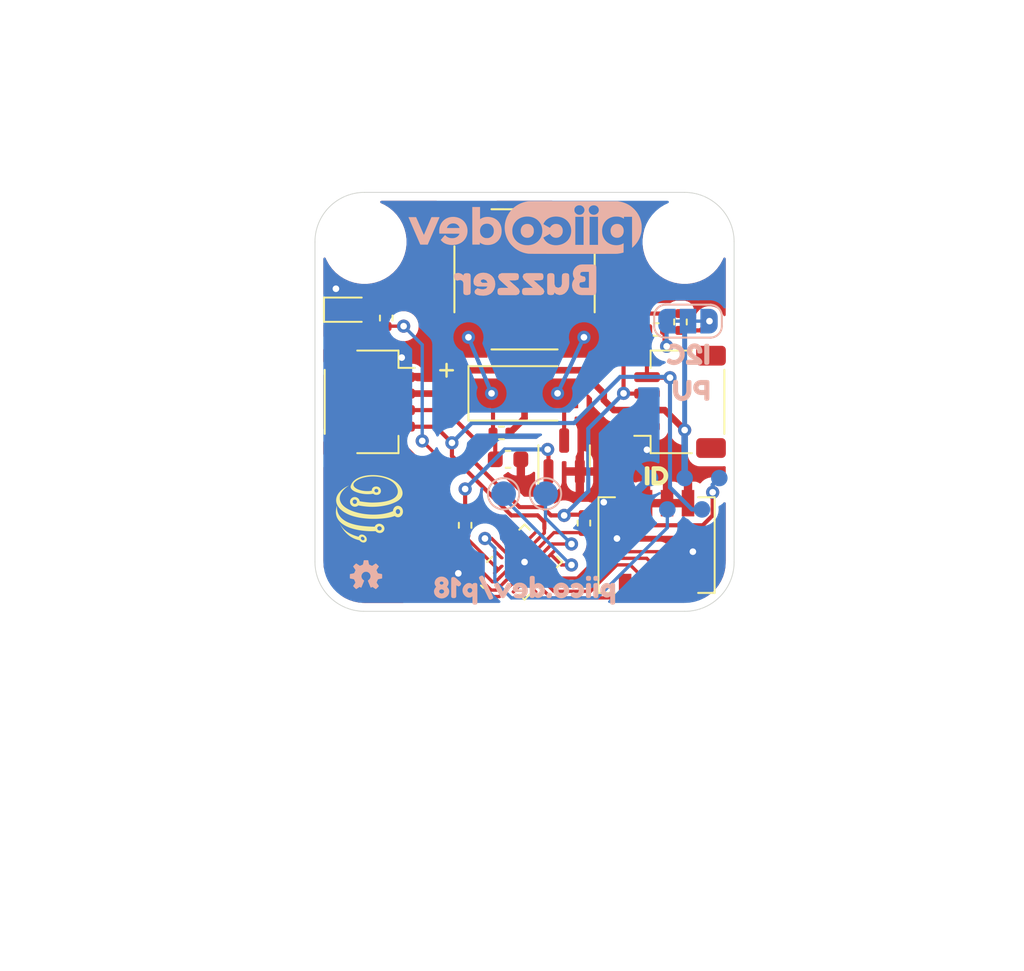
<source format=kicad_pcb>
(kicad_pcb (version 20211014) (generator pcbnew)
  (layers (0 "F.Cu" signal) (31 "B.Cu" signal) (34 "B.Paste" user) (35 "F.Paste" user) (36 "B.SilkS" user "B.Silkscreen") (37 "F.SilkS" user "F.Silkscreen") (38 "B.Mask" user) (39 "F.Mask" user) (44 "Edge.Cuts" user))
  (net 0 "")
  (net 1 "+3V3")
  (net 2 "GND")
  (net 3 "Net-(D1-Pad2)")
  (net 4 "/SCL")
  (net 5 "/SDA")
  (net 6 "Net-(JP2-Pad1)")
  (net 7 "Net-(JP2-Pad3)")
  (net 8 "/UPDI")
  (net 9 "/ADD2")
  (net 10 "/ADD1")
  (net 11 "/PWR_LED")
  (net 12 "/ADD3")
  (net 13 "/ADD4")
  (net 14 "Net-(R4-Pad1)")
  (net 16 "Net-(C2-Pad1)")
  (net 17 "Net-(D2-Pad2)")
  (net 18 "Net-(Q1-Pad1)")
  (net 20 "/UART_RX")
  (net 21 "/UART_TX")
  (net 22 "/BUZZER")
  (footprint "CoreElectronics_Components:MountingHole_2.7mm_M2.5_PadClearance_1.2" (layer "F.Cu") (at 87.582 91.646)
    (fp_text reference "H1" hide)
    (fp_text value "MountingHole" hide)
    (pad "" np_thru_hole circle locked (at 0 0) (size 2.7 2.7) (drill 2.7) (layers *.Cu *.Mask))
  )
  (footprint "CoreElectronics_Components:Fiducial_1mm_Mask2mm_No_Courtyard" (layer "F.Cu") (at 90.678 112.708)
    (fp_text reference "FID1" hide)
    (fp_text value "Fiducial" hide)
    (pad "" smd circle locked (at 0 0) (size 1 1) (layers "F.Cu" "F.Mask") (clearance 0.5))
  )
  (footprint "CoreElectronics_Components:MountingHole_2.7mm_M2.5_PadClearance_1.2" (layer "F.Cu") (at 106.982 91.646)
    (fp_text reference "H2" hide)
    (fp_text value "MountingHole" hide)
    (pad "" np_thru_hole circle locked (at 0 0) (size 2.7 2.7) (drill 2.7) (layers *.Cu *.Mask))
  )
  (footprint "CoreElectronics_Components:Fiducial_1mm_Mask2mm_No_Courtyard" (layer "F.Cu") (at 103.682 90.23)
    (fp_text reference "FID2" hide)
    (fp_text value "Fiducial" hide)
    (pad "" smd circle locked (at 0 0) (size 1 1) (layers "F.Cu" "F.Mask") (clearance 0.5))
  )
  (footprint "Resistor_SMD:R_0402_1005Metric" (layer "F.Cu") (at 88.9 96.266 90)
    (fp_text reference "R1" hide)
    (fp_text value "10k")
    (pad "1" smd roundrect (at -0.51 0 90) (size 0.54 0.64) (layers "F.Cu" "F.Paste" "F.Mask") (net 11 "/PWR_LED"))
    (pad "2" smd roundrect (at 0.51 0 90) (size 0.54 0.64) (layers "F.Cu" "F.Paste" "F.Mask") (net 3 "Net-(D1-Pad2)"))
  )
  (footprint "LED_SMD:LED_0603_1608Metric" (layer "F.Cu") (at 86.614 95.758)
    (fp_text reference "D1" hide)
    (fp_text value "LED")
    (pad "1" smd roundrect (at -0.7875 0) (size 0.875 0.95) (layers "F.Cu" "F.Paste" "F.Mask") (net 2 "GND"))
    (pad "2" smd roundrect (at 0.7875 0) (size 0.875 0.95) (layers "F.Cu" "F.Paste" "F.Mask") (net 3 "Net-(D1-Pad2)"))
  )
  (footprint "CoreElectronics_Components:JST_SH_SM04B-SRSS-TB_1x04-1MP_P1.00mm_Horizontal" (layer "F.Cu") (at 87.8586 101.346 -90)
    (fp_text reference "J1" hide)
    (fp_text value " ")
    (pad "1" smd roundrect (at -1.5 -2 270) (size 0.6 1.55) (layers "F.Cu" "F.Paste" "F.Mask") (net 2 "GND"))
    (pad "2" smd roundrect (at -0.5 -2 270) (size 0.6 1.55) (layers "F.Cu" "F.Paste" "F.Mask") (net 1 "+3V3"))
    (pad "3" smd roundrect (at 0.5 -2 270) (size 0.6 1.55) (layers "F.Cu" "F.Paste" "F.Mask") (net 5 "/SDA"))
    (pad "4" smd roundrect (at 1.5 -2 270) (size 0.6 1.55) (layers "F.Cu" "F.Paste" "F.Mask") (net 4 "/SCL"))
    (pad "MP" smd roundrect (at 2.8 1.875 270) (size 1.2 1.8) (layers "F.Cu" "F.Paste" "F.Mask") (roundrect_rratio 0.2083333333))
    (pad "MP" smd roundrect (at -2.8 1.875 270) (size 1.2 1.8) (layers "F.Cu" "F.Paste" "F.Mask") (roundrect_rratio 0.2083333333))
  )
  (footprint "Resistor_SMD:R_0402_1005Metric" (layer "F.Cu") (at 105.2576 96.96 180)
    (fp_text reference "R2" hide)
    (fp_text value "10k")
    (pad "1" smd roundrect (at -0.51 0 180) (size 0.54 0.64) (layers "F.Cu" "F.Paste" "F.Mask") (net 7 "Net-(JP2-Pad3)"))
    (pad "2" smd roundrect (at 0.51 0 180) (size 0.54 0.64) (layers "F.Cu" "F.Paste" "F.Mask") (net 4 "/SCL"))
  )
  (footprint "Package_DFN_QFN:VQFN-20-1EP_3x3mm_P0.4mm_EP1.7x1.7mm" (layer "F.Cu") (at 97.282 111.057 45)
    (fp_text reference "U1" hide)
    (fp_text value "ATtiny1616-M")
    (pad "1" smd custom (at -1.45 -0.8 45) (size 0.143431 0.143431) (layers "F.Cu" "F.Paste" "F.Mask") (net 22 "/BUZZER") (options (clearance outline) (anchor circle)) (primitives (gr_poly (pts (xy 0.35 0.000711) (xy 0.35 0.05) (xy -0.35 0.05) (xy -0.35 -0.05) (xy 0.299289 -0.05)) (width 0.1) (fill yes))))
    (pad "2" smd roundrect (at -1.45 -0.4 45) (size 0.8 0.2) (layers "F.Cu" "F.Paste" "F.Mask") (net 11 "/PWR_LED"))
    (pad "3" smd roundrect (at -1.45 0 45) (size 0.8 0.2) (layers "F.Cu" "F.Paste" "F.Mask") (net 2 "GND"))
    (pad "4" smd roundrect (at -1.45 0.4 45) (size 0.8 0.2) (layers "F.Cu" "F.Paste" "F.Mask") (net 1 "+3V3"))
    (pad "5" smd custom (at -1.45 0.8 45) (size 0.143431 0.143431) (layers "F.Cu" "F.Paste" "F.Mask") (options (clearance outline) (anchor circle)) (primitives (gr_poly (pts (xy 0.35 -0.000711) (xy 0.299289 0.05) (xy -0.35 0.05) (xy -0.35 -0.05) (xy 0.35 -0.05)) (width 0.1) (fill yes))))
    (pad "6" smd custom (at -0.8 1.45 45) (size 0.143431 0.143431) (layers "F.Cu" "F.Paste" "F.Mask") (options (clearance outline) (anchor circle)) (primitives (gr_poly (pts (xy 0.05 0.35) (xy -0.05 0.35) (xy -0.05 -0.299289) (xy 0.000711 -0.35) (xy 0.05 -0.35)) (width 0.1) (fill yes))))
    (pad "7" smd roundrect (at -0.4 1.45 45) (size 0.2 0.8) (layers "F.Cu" "F.Paste" "F.Mask") (net 10 "/ADD1"))
    (pad "8" smd roundrect (at 0 1.45 45) (size 0.2 0.8) (layers "F.Cu" "F.Paste" "F.Mask") (net 9 "/ADD2"))
    (pad "9" smd roundrect (at 0.4 1.45 45) (size 0.2 0.8) (layers "F.Cu" "F.Paste" "F.Mask") (net 12 "/ADD3"))
    (pad "10" smd custom (at 0.8 1.45 45) (size 0.143431 0.143431) (layers "F.Cu" "F.Paste" "F.Mask") (net 13 "/ADD4") (options (clearance outline) (anchor circle)) (primitives (gr_poly (pts (xy 0.05 -0.299289) (xy 0.05 0.35) (xy -0.05 0.35) (xy -0.05 -0.35) (xy -0.000711 -0.35)) (width 0.1) (fill yes))))
    (pad "11" smd custom (at 1.45 0.8 45) (size 0.143431 0.143431) (layers "F.Cu" "F.Paste" "F.Mask") (net 20 "/UART_RX") (options (clearance outline) (anchor circle)) (primitives (gr_poly (pts (xy 0.35 0.05) (xy -0.299289 0.05) (xy -0.35 -0.000711) (xy -0.35 -0.05) (xy 0.35 -0.05)) (width 0.1) (fill yes))))
    (pad "12" smd roundrect (at 1.45 0.4 45) (size 0.8 0.2) (layers "F.Cu" "F.Paste" "F.Mask") (net 21 "/UART_TX"))
    (pad "13" smd roundrect (at 1.45 0 45) (size 0.8 0.2) (layers "F.Cu" "F.Paste" "F.Mask") (net 14 "Net-(R4-Pad1)"))
    (pad "14" smd roundrect (at 1.45 -0.4 45) (size 0.8 0.2) (layers "F.Cu" "F.Paste" "F.Mask") (net 4 "/SCL"))
    (pad "15" smd custom (at 1.45 -0.8 45) (size 0.143431 0.143431) (layers "F.Cu" "F.Paste" "F.Mask") (options (clearance outline) (anchor circle)) (primitives (gr_poly (pts (xy 0.35 0.05) (xy -0.35 0.05) (xy -0.35 0.000711) (xy -0.299289 -0.05) (xy 0.35 -0.05)) (width 0.1) (fill yes))))
    (pad "16" smd custom (at 0.8 -1.45 45) (size 0.143431 0.143431) (layers "F.Cu" "F.Paste" "F.Mask") (options (clearance outline) (anchor circle)) (primitives (gr_poly (pts (xy 0.05 0.299289) (xy -0.000711 0.35) (xy -0.05 0.35) (xy -0.05 -0.35) (xy 0.05 -0.35)) (width 0.1) (fill yes))))
    (pad "17" smd roundrect (at 0.4 -1.45 45) (size 0.2 0.8) (layers "F.Cu" "F.Paste" "F.Mask"))
    (pad "18" smd roundrect (at 0 -1.45 45) (size 0.2 0.8) (layers "F.Cu" "F.Paste" "F.Mask"))
    (pad "19" smd roundrect (at -0.4 -1.45 45) (size 0.2 0.8) (layers "F.Cu" "F.Paste" "F.Mask") (net 8 "/UPDI"))
    (pad "20" smd custom (at -0.8 -1.45 45) (size 0.143431 0.143431) (layers "F.Cu" "F.Paste" "F.Mask") (options (clearance outline) (anchor circle)) (primitives (gr_poly (pts (xy 0.05 0.35) (xy 0.000711 0.35) (xy -0.05 0.299289) (xy -0.05 -0.35) (xy 0.05 -0.35)) (width 0.1) (fill yes))))
    (pad "21" smd rect (at 0 0 45) (size 1.7 1.7) (layers "F.Cu" "F.Mask") (net 2 "GND"))
  )
  (footprint "Capacitor_SMD:C_0402_1005Metric" (layer "F.Cu") (at 94.4626 112.8096 135)
    (fp_text reference "C1" hide)
    (fp_text value "100n")
    (pad "1" smd roundrect (at -0.48 0 135) (size 0.56 0.62) (layers "F.Cu" "F.Paste" "F.Mask") (net 1 "+3V3"))
    (pad "2" smd roundrect (at 0.48 0 135) (size 0.56 0.62) (layers "F.Cu" "F.Paste" "F.Mask") (net 2 "GND"))
  )
  (footprint "Resistor_SMD:R_0402_1005Metric" (layer "F.Cu") (at 106.7308 96.5028 90)
    (fp_text reference "R3" hide)
    (fp_text value "10k")
    (pad "1" smd roundrect (at -0.51 0 90) (size 0.54 0.64) (layers "F.Cu" "F.Paste" "F.Mask") (net 6 "Net-(JP2-Pad1)"))
    (pad "2" smd roundrect (at 0.51 0 90) (size 0.54 0.64) (layers "F.Cu" "F.Paste" "F.Mask") (net 5 "/SDA"))
  )
  (footprint "CoreElectronics_Artwork:CoreElectronics_logo_5mm_v2" (layer "F.Cu") (at 87.882 107.83)
    (fp_text reference "G2" hide)
    (fp_text value "LOGO_CoreElectronics_no-text" hide)
  )
  (footprint "Buzzer:CUI_CMT-8540S-SMT" (layer "F.Cu") (at 97.282 93.917 -90)
    (fp_text reference "LS1" hide)
    (fp_text value "MLT-8540H")
    (fp_text user "+" (at 5.513 4.8 90) (layer "F.SilkS") (effects (font (size 1.000417 1.000417))))
    (pad "1" smd rect (at 3.5 3.5 270) (size 2.5 2.5) (layers "F.Cu" "F.Paste" "F.Mask") (net 16 "Net-(C2-Pad1)"))
    (pad "2" smd rect (at 3.5 -3.5 270) (size 2.5 2.5) (layers "F.Cu" "F.Paste" "F.Mask") (net 17 "Net-(D2-Pad2)"))
    (pad "MP" smd rect (at -3.5 3.5 270) (size 2.5 2.5) (layers "F.Cu" "F.Paste" "F.Mask"))
    (pad "MP" smd rect (at -3.5 -3.5 270) (size 2.5 2.5) (layers "F.Cu" "F.Paste" "F.Mask"))
  )
  (footprint "CoreElectronics_Components:JST_SH_SM04B-SRSS-TB_1x04-1MP_P1.00mm_Horizontal" (layer "F.Cu") (at 106.7054 101.346 90)
    (fp_text reference "J2" hide)
    (fp_text value " ")
    (pad "1" smd roundrect (at -1.5 -2 90) (size 0.6 1.55) (layers "F.Cu" "F.Paste" "F.Mask") (net 2 "GND"))
    (pad "2" smd roundrect (at -0.5 -2 90) (size 0.6 1.55) (layers "F.Cu" "F.Paste" "F.Mask") (net 1 "+3V3"))
    (pad "3" smd roundrect (at 0.5 -2 90) (size 0.6 1.55) (layers "F.Cu" "F.Paste" "F.Mask") (net 5 "/SDA"))
    (pad "4" smd roundrect (at 1.5 -2 90) (size 0.6 1.55) (layers "F.Cu" "F.Paste" "F.Mask") (net 4 "/SCL"))
    (pad "MP" smd roundrect (at 2.8 1.875 90) (size 1.2 1.8) (layers "F.Cu" "F.Paste" "F.Mask") (roundrect_rratio 0.2083333333))
    (pad "MP" smd roundrect (at -2.8 1.875 90) (size 1.2 1.8) (layers "F.Cu" "F.Paste" "F.Mask") (roundrect_rratio 0.2083333333))
  )
  (footprint "Capacitor_SMD:C_0603_1608Metric" (layer "F.Cu") (at 96.282 104.83)
    (fp_text reference "C2" hide)
    (fp_text value "10u")
    (pad "1" smd roundrect (at -0.775 0) (size 0.9 0.95) (layers "F.Cu" "F.Paste" "F.Mask") (net 16 "Net-(C2-Pad1)"))
    (pad "2" smd roundrect (at 0.775 0) (size 0.9 0.95) (layers "F.Cu" "F.Paste" "F.Mask") (net 2 "GND"))
  )
  (footprint "Resistor_SMD:R_0402_1005Metric" (layer "F.Cu") (at 100.882 108.695 90)
    (fp_text reference "R4" hide)
    (fp_text value "120R")
    (pad "1" smd roundrect (at -0.51 0 90) (size 0.54 0.64) (layers "F.Cu" "F.Paste" "F.Mask") (net 14 "Net-(R4-Pad1)"))
    (pad "2" smd roundrect (at 0.51 0 90) (size 0.54 0.64) (layers "F.Cu" "F.Paste" "F.Mask") (net 5 "/SDA"))
  )
  (footprint "Diode_SMD:D_SMA" (layer "F.Cu") (at 97.282 100.83)
    (fp_text reference "D2" hide)
    (fp_text value "SS14")
    (pad "1" smd rect (at -2 0) (size 2.5 1.8) (layers "F.Cu" "F.Paste" "F.Mask") (net 16 "Net-(C2-Pad1)"))
    (pad "2" smd rect (at 2 0) (size 2.5 1.8) (layers "F.Cu" "F.Paste" "F.Mask") (net 17 "Net-(D2-Pad2)"))
  )
  (footprint "Resistor_SMD:R_0402_1005Metric" (layer "F.Cu") (at 95.882 103.23)
    (fp_text reference "R5" hide)
    (fp_text value "120R")
    (pad "1" smd roundrect (at -0.51 0) (size 0.54 0.64) (layers "F.Cu" "F.Paste" "F.Mask") (net 16 "Net-(C2-Pad1)"))
    (pad "2" smd roundrect (at 0.51 0) (size 0.54 0.64) (layers "F.Cu" "F.Paste" "F.Mask") (net 1 "+3V3"))
  )
  (footprint "Package_TO_SOT_SMD:SOT-23" (layer "F.Cu") (at 99.682 104.63 90)
    (fp_text reference "Q1" hide)
    (fp_text value "BSS138")
    (pad "1" smd roundrect (at -0.9375 -0.95 90) (size 1.475 0.6) (layers "F.Cu" "F.Paste" "F.Mask") (net 18 "Net-(Q1-Pad1)"))
    (pad "2" smd roundrect (at -0.9375 0.95 90) (size 1.475 0.6) (layers "F.Cu" "F.Paste" "F.Mask") (net 2 "GND"))
    (pad "3" smd roundrect (at 0.9375 0 90) (size 1.475 0.6) (layers "F.Cu" "F.Paste" "F.Mask") (net 17 "Net-(D2-Pad2)"))
  )
  (footprint "Resistor_SMD:R_0402_1005Metric" (layer "F.Cu") (at 93.682 108.83 90)
    (fp_text reference "R6" hide)
    (fp_text value "10k")
    (pad "1" smd roundrect (at -0.51 0 90) (size 0.54 0.64) (layers "F.Cu" "F.Paste" "F.Mask") (net 22 "/BUZZER"))
    (pad "2" smd roundrect (at 0.51 0 90) (size 0.54 0.64) (layers "F.Cu" "F.Paste" "F.Mask") (net 18 "Net-(Q1-Pad1)"))
  )
  (footprint "kibuzzard-63C9FEBD" (layer "F.Cu") (at 87.282 111.83)
    (fp_text reference "kibuzzard-63C9FEBD" hide)
    (fp_text value "G***" hide)
    (fp_poly (pts (xy 0.386794 0.330041) (xy 0.48895 0.346631) (xy 0.529987 0.397272) (xy 0.540464 0.486331) (xy 0.529114 0.574516) (xy 0.491569 0.619919) (xy 0.383302 0.640874) (xy -0.299482 0.640874) (xy -0.407749 0.593725) (xy -0.453152 0.483711) (xy -0.436781 0.393125) (xy -0.387668 0.309959) (xy -0.315416 0.23618) (xy -0.229632 0.173752) (xy -0.137081 0.117435) (xy -0.044529 0.061992) (xy 0.041255 0.003274) (xy 0.113506 -0.062865) (xy 0.16262 -0.134898) (xy 0.178991 -0.211296) (xy 0.166767 -0.255826) (xy 0.1397 -0.302974) (xy 0.093424 -0.337026) (xy 0.006112 -0.352742) (xy -0.090805 -0.311706) (xy -0.137081 -0.230505) (xy -0.144066 -0.190341) (xy -0.144066 -0.179864) (xy -0.146685 -0.122237) (xy -0.163274 -0.078581) (xy -0.210423 -0.047149) (xy -0.299482 -0.036671) (xy -0.396835 -0.053261) (xy -0.444421 -0.103029) (xy -0.453152 -0.192087) (xy -0.438697 -0.308989) (xy -0.395332 -0.417548) (xy -0.323056 -0.517763) (xy -0.227401 -0.5978) (xy -0.113894 -0.645821) (xy 0.017463 -0.661829) (xy 0.148916 -0.645627) (xy 0.262714 -0.597023) (xy 0.358854 -0.516017) (xy 0.431615 -0.414249) (xy 0.475271 -0.303362) (xy 0.489823 -0.183356) (xy 0.478909 -0.086439) (xy 0.446167 0.005239) (xy 0.398145 0.085566) (xy 0.341392 0.148431) (xy 0.219154 0.244912) (xy 0.110887 0.303848) (xy 0.067231 0.32131) (xy 0.067231 0.330041) (xy 0.386794 0.330041)) (layer "F.Cu") (width 0) (fill solid))
    (fp_poly (pts (xy 1.532334 -0.333534) (xy 1.561439 -0.226624) (xy 1.578901 -0.115447) (xy 1.584722 0) (xy 1.576209 0.14985) (xy 1.55067 0.283329) (xy 1.508105 0.400437) (xy 1.448514 0.501174) (xy 1.38805 0.564912) (xy 1.307941 0.616426) (xy 1.210806 0.650478) (xy 1.099264 0.661829) (xy 1.095772 0.661468) (xy 1.095772 0.350996) (xy 1.174462 0.329605) (xy 1.23067 0.26543) (xy 1.264394 0.158472) (xy 1.275636 0.008731) (xy 1.275636 -0.001746) (xy 1.264503 -0.155307) (xy 1.231106 -0.264993) (xy 1.175445 -0.330805) (xy 1.097518 -0.352742) (xy 1.019592 -0.330751) (xy 0.96393 -0.264775) (xy 0.930533 -0.154816) (xy 0.919401 -0.000873) (xy 0.930424 0.15307) (xy 0.963493 0.263029) (xy 1.018609 0.329004) (xy 1.095772 0.350996) (xy 1.095772 0.661468) (xy 0.987286 0.65026) (xy 0.888841 0.615553) (xy 0.807204 0.56382) (xy 0.745649 0.501174) (xy 0.698718 0.426522) (xy 0.660956 0.338773) (xy 0.632822 0.234192) (xy 0.615941 0.120685) (xy 0.610314 -0.001746) (xy 0.614874 -0.112536) (xy 0.628553 -0.212072) (xy 0.651351 -0.300355) (xy 0.694789 -0.411024) (xy 0.743029 -0.495062) (xy 0.80393 -0.56011) (xy 0.885349 -0.613807) (xy 0.98423 -0.649823) (xy 1.097518 -0.661829) (xy 1.21037 -0.650042) (xy 1.307941 -0.61468) (xy 1.388269 -0.561856) (xy 1.449388 -0.497681) (xy 1.495881 -0.421719) (xy 1.532334 -0.333534)) (layer "F.Cu") (width 0) (fill solid))
    (fp_poly (pts (xy -0.613807 -0.261937) (xy -0.545703 -0.206057) (xy -0.523002 -0.146685) (xy -0.557927 -0.050641) (xy -0.919401 0.569278) (xy -0.975281 0.622538) (xy -1.051243 0.646113) (xy -1.122839 0.627777) (xy -1.170861 0.590233) (xy -1.186577 0.571024) (xy -1.549797 -0.050641) (xy -1.584722 -0.144939) (xy -1.562021 -0.205621) (xy -1.493917 -0.261937) (xy -1.389142 -0.300355) (xy -1.328896 -0.276781) (xy -1.282621 -0.206057) (xy -1.053862 0.233998) (xy -0.825103 -0.206057) (xy -0.79629 -0.254079) (xy -0.765731 -0.283766) (xy -0.709851 -0.298609) (xy -0.613807 -0.261937)) (layer "F.Cu") (width 0) (fill solid))
  )
  (footprint "kibuzzard-63883A97" (layer "F.Cu") (at 105.282 105.83)
    (fp_text reference "kibuzzard-63883A97" hide)
    (fp_text value "G***" hide)
  )
  (footprint "CoreElectronics_Components:SW_DIP_x04_Slide_CHS-04A1" (layer "F.Cu") (at 105.282 110.03)
    (fp_text reference "SW1" hide)
    (fp_text value "ID")
    (pad "1" smd rect (at -1.905 2.54) (size 0.76 1.6) (layers "F.Cu" "F.Paste" "F.Mask") (net 10 "/ADD1"))
    (pad "2" smd rect (at -0.635 2.54) (size 0.76 1.6) (layers "F.Cu" "F.Paste" "F.Mask") (net 9 "/ADD2"))
    (pad "3" smd rect (at 0.635 2.54) (size 0.76 1.6) (layers "F.Cu" "F.Paste" "F.Mask") (net 12 "/ADD3"))
    (pad "4" smd rect (at 1.905 2.54) (size 0.76 1.6) (layers "F.Cu" "F.Paste" "F.Mask") (net 13 "/ADD4"))
    (pad "5" smd rect (at 1.905 -2.54) (size 0.76 1.6) (layers "F.Cu" "F.Paste" "F.Mask") (net 2 "GND"))
    (pad "6" smd rect (at 0.635 -2.54) (size 0.76 1.6) (layers "F.Cu" "F.Paste" "F.Mask") (net 2 "GND"))
    (pad "7" smd rect (at -0.635 -2.54) (size 0.76 1.6) (layers "F.Cu" "F.Paste" "F.Mask") (net 2 "GND"))
    (pad "8" smd rect (at -1.905 -2.54) (size 0.76 1.6) (layers "F.Cu" "F.Paste" "F.Mask") (net 2 "GND"))
  )
  (footprint "CoreElectronics_Artwork:piicodev_logo_14.2x3.4mm" (layer "B.Cu") (at 97.297953 90.8812 180)
    (fp_text reference "G3" hide)
    (fp_text value "LOGO_made-with-love" hide)
  )
  (footprint "CoreElectronics_Artwork:oshw" (layer "B.Cu") (at 87.682 111.83 180)
    (fp_text reference "LOGO1" hide)
    (fp_text value "Logo_Open_Hardware_Small" hide)
  )
  (footprint "CoreElectronics_Components:SolderJumper-3_P1.3mm_Closed_RoundedPad1.0x1.5mm_NumberLabels" (layer "B.Cu") (at 107.188 96.452 180)
    (fp_text reference "JP2" hide)
    (fp_text value "I2C PU")
    (fp_line (start -0.85 0) (end 0.85 0) (layer "B.Cu") (width 0.2))
    (pad "1" smd custom locked (at -1.3 0 180) (size 1 0.5) (layers "B.Cu" "B.Mask") (net 6 "Net-(JP2-Pad1)") (options (clearance outline) (anchor rect)) (primitives (gr_circle (center 0 -0.25) (end 0.5 -0.25) (width 0) (fill yes)) (gr_circle (center 0 0.25) (end 0.5 0.25) (width 0) (fill yes)) (gr_poly (pts (xy 0.55 0.75) (xy 0 0.75) (xy 0 -0.75) (xy 0.55 -0.75)) (width 0) (fill yes))))
    (pad "2" smd rect locked (at 0 0 180) (size 1 1.5) (layers "B.Cu" "B.Mask") (net 1 "+3V3"))
    (pad "3" smd custom locked (at 1.3 0 180) (size 1 0.5) (layers "B.Cu" "B.Mask") (net 7 "Net-(JP2-Pad3)") (options (clearance outline) (anchor rect)) (primitives (gr_circle (center 0 -0.25) (end 0.5 -0.25) (width 0) (fill yes)) (gr_circle (center 0 0.25) (end 0.5 0.25) (width 0) (fill yes)) (gr_poly (pts (xy -0.55 0.75) (xy 0 0.75) (xy 0 -0.75) (xy -0.55 -0.75)) (width 0) (fill yes))))
  )
  (footprint "CoreElectronics_Components:TestPoint_Pad_D1.0mm_x05_Pattern1" (layer "B.Cu") (at 106.9844 106.917 -90)
    (fp_text reference "J3" hide)
    (fp_text value "Conn_01x05_Male" hide)
    (pad "1" smd circle (at -0.95 2.1 270) (size 1 1) (layers "B.Cu" "B.Mask") (net 2 "GND"))
    (pad "2" smd circle (at -0.95 0 270) (size 1 1) (layers "B.Cu" "B.Mask") (net 1 "+3V3"))
    (pad "3" smd circle (at -0.95 -2.1 270) (size 1 1) (layers "B.Cu" "B.Mask") (net 5 "/SDA"))
    (pad "4" smd circle (at 0.95 -1.05 270) (size 1 1) (layers "B.Cu" "B.Mask") (net 4 "/SCL"))
    (pad "5" smd circle (at 0.95 1.05 270) (size 1 1) (layers "B.Cu" "B.Mask") (net 8 "/UPDI"))
  )
  (footprint "TestPoint:TestPoint_Pad_D1.5mm" (layer "B.Cu") (at 98.552 106.917 180)
    (fp_text reference "J5" hide)
    (fp_text value "TX")
    (pad "1" smd circle (at 0 0 180) (size 1.5 1.5) (layers "B.Cu" "B.Mask") (net 21 "/UART_TX"))
  )
  (footprint "kibuzzard-63C9FF03" (layer "B.Cu") (at 97.282 112.759 180)
    (fp_text reference "kibuzzard-63C9FF03" hide)
    (fp_text value "G***" hide)
  )
  (footprint "TestPoint:TestPoint_Pad_D1.5mm" (layer "B.Cu") (at 96.012 106.917 180)
    (fp_text reference "J4" hide)
    (fp_text value "RX")
    (pad "1" smd circle (at 0 0 180) (size 1.5 1.5) (layers "B.Cu" "B.Mask") (net 20 "/UART_RX"))
  )
  (footprint "kibuzzard-63CA00A3" (layer "B.Cu") (at 97.313906 93.963 180)
    (fp_text reference "kibuzzard-63CA00A3" hide)
    (fp_text value "G***" hide)
  )
  (footprint "kibuzzard-6388073A" (layer "B.Cu") (at 107.188 99.551 180)
    (fp_text reference "kibuzzard-6388073A" hide)
    (fp_text value "G***" hide)
  )
  (gr_arc (start 109.982 111.0488) (mid 109.107256 113.171256) (end 106.9848 114.046) (layer "Edge.Cuts") (width 0.05))
  (gr_arc (start 87.5284 114.046) (mid 85.444165 113.148078) (end 84.582 111.0488) (layer "Edge.Cuts") (width 0.05))
  (gr_line (start 106.9848 114.046) (end 87.5284 114.046) (layer "Edge.Cuts") (width 0.05))
  (gr_line (start 84.582 111.0488) (end 84.582 91.646) (layer "Edge.Cuts") (width 0.05))
  (gr_arc (start 84.582 91.646) (mid 85.46068 89.52468) (end 87.582 88.646) (layer "Edge.Cuts") (width 0.05))
  (gr_arc (start 106.982 88.646) (mid 109.094992 89.518891) (end 109.982 91.626) (layer "Edge.Cuts") (width 0.05))
  (gr_line (start 87.582 88.646) (end 106.982 88.646) (layer "Edge.Cuts") (width 0.05))
  (gr_line (start 109.982 91.626) (end 109.982 111.0488) (layer "Edge.Cuts") (width 0.05))
  (segment (start 91.882 111.8546) (end 91.882 106.03) (width 0.4) (layer "F.Cu") (net 1))
  (segment (start 88.482 103.43) (end 88.482 101.2894) (width 0.4) (layer "F.Cu") (net 1))
  (segment (start 89.8586 100.846) (end 92.066 100.846) (width 0.4) (layer "F.Cu") (net 1))
  (segment (start 91.882 106.03) (end 89.682 103.83) (width 0.4) (layer "F.Cu") (net 1))
  (segment (start 94.709622 113.2414) (end 93.2688 113.2414) (width 0.4) (layer "F.Cu") (net 1))
  (segment (start 88.882 103.83) (end 88.482 103.43) (width 0.4) (layer "F.Cu") (net 1))
  (segment (start 105.7742 101.846) (end 106.9844 103.0562) (width 0.4) (layer "F.Cu") (net 1))
  (segment (start 104.7054 101.846) (end 105.7742 101.846) (width 0.4) (layer "F.Cu") (net 1))
  (segment (start 97.282 99.43) (end 97.082 99.43) (width 0.4) (layer "F.Cu") (net 1))
  (segment (start 97.082 99.43) (end 100.682 99.43) (width 0.4) (layer "F.Cu") (net 1))
  (segment (start 94.802011 113.149011) (end 94.709622 113.2414) (width 0.4) (layer "F.Cu") (net 1))
  (segment (start 88.9254 100.846) (end 89.8586 100.846) (width 0.4) (layer "F.Cu") (net 1))
  (segment (start 102.698 101.846) (end 104.7054 101.846) (width 0.4) (layer "F.Cu") (net 1))
  (segment (start 96.539538 112.365148) (end 95.755675 113.149011) (width 0.2) (layer "F.Cu") (net 1))
  (segment (start 97.282 102.34) (end 97.282 99.43) (width 0.4) (layer "F.Cu") (net 1))
  (segment (start 102.082 100.83) (end 102.082 101.23) (width 0.4) (layer "F.Cu") (net 1))
  (segment (start 95.755675 113.149011) (end 94.802011 113.149011) (width 0.2) (layer "F.Cu") (net 1))
  (segment (start 102.082 101.23) (end 102.698 101.846) (width 0.4) (layer "F.Cu") (net 1))
  (segment (start 93.2688 113.2414) (end 91.882 111.8546) (width 0.4) (layer "F.Cu") (net 1))
  (segment (start 89.682 103.83) (end 88.882 103.83) (width 0.4) (layer "F.Cu") (net 1))
  (segment (start 92.066 100.846) (end 93.482 99.43) (width 0.4) (layer "F.Cu") (net 1))
  (segment (start 88.482 101.2894) (end 88.9254 100.846) (width 0.4) (layer "F.Cu") (net 1))
  (segment (start 96.392 103.23) (end 97.282 102.34) (width 0.4) (layer "F.Cu") (net 1))
  (segment (start 100.682 99.43) (end 102.082 100.83) (width 0.4) (layer "F.Cu") (net 1))
  (segment (start 93.482 99.43) (end 97.082 99.43) (width 0.4) (layer "F.Cu") (net 1))
  (via (at 106.9844 103.0562) (size 0.8) (drill 0.4) (layers "F.Cu" "B.Cu") (net 1))
  (segment (start 107.188 96.452) (end 106.9844 96.6556) (width 0.25) (layer "B.Cu") (net 1))
  (segment (start 106.9844 96.6556) (end 106.9844 103.0562) (width 0.3) (layer "B.Cu") (net 1))
  (segment (start 106.9844 105.967) (end 106.9844 103.0562) (width 0.4) (layer "B.Cu") (net 1))
  (segment (start 89.8586 98.6812) (end 89.8394 98.662) (width 0.4) (layer "F.Cu") (net 2))
  (segment (start 85.8265 94.5135) (end 85.852 94.488) (width 0.25) (layer "F.Cu") (net 2))
  (segment (start 85.8265 95.758) (end 85.8265 94.5135) (width 0.25) (layer "F.Cu") (net 2))
  (segment (start 96.256695 112.082305) (end 95.579509 112.759491) (width 0.2) (layer "F.Cu") (net 2))
  (segment (start 95.579509 112.759491) (end 95.260341 112.759491) (width 0.2) (layer "F.Cu") (net 2))
  (segment (start 89.8586 99.846) (end 89.8586 98.6812) (width 0.4) (layer "F.Cu") (net 2))
  (segment (start 95.260341 112.759491) (end 94.971039 112.470189) (width 0.2) (layer "F.Cu") (net 2))
  (segment (start 93.995589 112.470189) (end 93.2684 111.743) (width 0.2) (layer "F.Cu") (net 2))
  (segment (start 94.971039 112.470189) (end 94.123189 112.470189) (width 0.2) (layer "F.Cu") (net 2))
  (segment (start 94.123189 112.470189) (end 93.995589 112.470189) (width 0.2) (layer "F.Cu") (net 2))
  (via (at 85.852 94.488) (size 0.8) (drill 0.4) (layers "F.Cu" "B.Cu") (net 2))
  (via (at 89.8394 98.662) (size 0.8) (drill 0.4) (layers "F.Cu" "B.Cu") (net 2))
  (via (at 97.282 111.057) (size 0.8) (drill 0.4) (layers "F.Cu" "B.Cu") (net 2))
  (via (at 107.482 110.43) (size 0.8) (drill 0.4) (layers "F.Cu" "B.Cu") (net 2))
  (via (at 104.6984 104.25) (size 0.8) (drill 0.4) (layers "F.Cu" "B.Cu") (net 2))
  (via (at 102.882 109.63) (size 0.8) (drill 0.4) (layers "F.Cu" "B.Cu") (net 2))
  (via (at 102.082 107.43) (size 0.8) (drill 0.4) (layers "F.Cu" "B.Cu") (net 2))
  (via (at 93.2684 111.743) (size 0.8) (drill 0.4) (layers "F.Cu" "B.Cu") (net 2))
  (segment (start 87.4015 95.758) (end 88.898 95.758) (width 0.25) (layer "F.Cu") (net 3))
  (segment (start 104.7406 99.8812) (end 104.7054 99.846) (width 0.25) (layer "F.Cu") (net 4))
  (segment (start 98.082 108.23) (end 96.482 108.23) (width 0.25) (layer "F.Cu") (net 4))
  (segment (start 106.0954 99.8812) (end 104.7406 99.8812) (width 0.25) (layer "F.Cu") (net 4))
  (segment (start 104.7054 99.846) (end 104.6984 99.839) (width 0.25) (layer "F.Cu") (net 4))
  (segment (start 92.882 103.83) (end 91.9048 102.8528) (width 0.25) (layer "F.Cu") (net 4))
  (segment (start 104.6984 97.0092) (end 104.7476 96.96) (width 0.25) (layer "F.Cu") (net 4))
  (segment (start 98.482 109.291314) (end 98.482 109.03) (width 0.2) (layer "F.Cu") (net 4))
  (segment (start 98.024462 109.748852) (end 98.482 109.291314) (width 0.2) (layer "F.Cu") (net 4))
  (segment (start 92.882 104.63) (end 92.882 103.83) (width 0.25) (layer "F.Cu") (net 4))
  (segment (start 96.482 108.23) (end 92.882 104.63) (width 0.25) (layer "F.Cu") (net 4))
  (segment (start 89.8654 102.8528) (end 89.8586 102.846) (width 0.25) (layer "F.Cu") (net 4))
  (segment (start 91.9048 102.8528) (end 89.8654 102.8528) (width 0.25) (layer "F.Cu") (net 4))
  (segment (start 98.482 109.03) (end 98.482 108.63) (width 0.25) (layer "F.Cu") (net 4))
  (segment (start 98.482 108.63) (end 98.082 108.23) (width 0.25) (layer "F.Cu") (net 4))
  (segment (start 104.6984 99.839) (end 104.6984 97.0092) (width 0.25) (layer "F.Cu") (net 4))
  (via (at 106.0954 99.8812) (size 0.8) (drill 0.4) (layers "F.Cu" "B.Cu") (net 4))
  (via (at 92.882 103.83) (size 0.8) (drill 0.4) (layers "F.Cu" "B.Cu") (net 4))
  (segment (start 94.082 102.63) (end 92.882 103.83) (width 0.25) (layer "B.Cu") (net 4))
  (segment (start 106.0954 106.536) (end 106.0954 99.8812) (width 0.25) (layer "B.Cu") (net 4))
  (segment (start 103.082 99.83) (end 100.282 102.63) (width 0.25) (layer "B.Cu") (net 4))
  (segment (start 100.282 102.63) (end 94.082 102.63) (width 0.25) (layer "B.Cu") (net 4))
  (segment (start 107.4264 107.867) (end 106.0954 106.536) (width 0.25) (layer "B.Cu") (net 4))
  (segment (start 106.0954 99.8812) (end 106.0442 99.83) (width 0.25) (layer "B.Cu") (net 4))
  (segment (start 108.0344 107.867) (end 107.4264 107.867) (width 0.25) (layer "B.Cu") (net 4))
  (segment (start 106.0442 99.83) (end 103.082 99.83) (width 0.25) (layer "B.Cu") (net 4))
  (segment (start 99.727 108.185) (end 100.882 108.185) (width 0.25) (layer "F.Cu") (net 5))
  (segment (start 101.237 108.185) (end 100.882 108.185) (width 0.25) (layer "F.Cu") (net 5))
  (segment (start 108.082 108.83) (end 101.882 108.83) (width 0.25) (layer "F.Cu") (net 5))
  (segment (start 103.298 100.846) (end 103.282 100.83) (width 0.25) (layer "F.Cu") (net 5))
  (segment (start 96.982 107.73) (end 94.282 105.03) (width 0.25) (layer "F.Cu") (net 5))
  (segment (start 94.282 105.03) (end 94.282 103.63) (width 0.25) (layer "F.Cu") (net 5))
  (segment (start 103.282 100.83) (end 103.282 97.43) (width 0.25) (layer "F.Cu") (net 5))
  (segment (start 92.498 101.846) (end 89.8586 101.846) (width 0.25) (layer "F.Cu") (net 5))
  (segment (start 108.682 108.23) (end 108.082 108.83) (width 0.25) (layer "F.Cu") (net 5))
  (segment (start 98.382 107.73) (end 96.982 107.73) (width 0.25) (layer "F.Cu") (net 5))
  (segment (start 104.7192 95.9928) (end 106.7308 95.9928) (width 0.25) (layer "F.Cu") (net 5))
  (segment (start 98.882 108.23) (end 98.382 107.73) (width 0.25) (layer "F.Cu") (net 5))
  (segment (start 108.682 106.83) (end 108.682 108.23) (width 0.25) (layer "F.Cu") (net 5))
  (segment (start 94.282 103.63) (end 92.498 101.846) (width 0.25) (layer "F.Cu") (net 5))
  (segment (start 104.7054 100.846) (end 103.298 100.846) (width 0.25) (layer "F.Cu") (net 5))
  (segment (start 103.282 97.43) (end 104.7192 95.9928) (width 0.25) (layer "F.Cu") (net 5))
  (segment (start 101.882 108.83) (end 101.237 108.185) (width 0.25) (layer "F.Cu") (net 5))
  (segment (start 99.682 108.23) (end 98.882 108.23) (width 0.25) (layer "F.Cu") (net 5))
  (segment (start 99.682 108.23) (end 99.727 108.185) (width 0.25) (layer "F.Cu") (net 5))
  (via (at 108.682 106.83) (size 0.8) (drill 0.4) (layers "F.Cu" "B.Cu") (net 5))
  (via (at 103.282 100.83) (size 0.8) (drill 0.4) (layers "F.Cu" "B.Cu") (net 5))
  (via (at 99.682 108.23) (size 0.8) (drill 0.4) (layers "F.Cu" "B.Cu") (net 5))
  (segment (start 99.682 108.23) (end 101.1424 106.7696) (width 0.25) (layer "B.Cu") (net 5))
  (segment (start 101.1424 102.9696) (end 103.282 100.83) (width 0.25) (layer "B.Cu") (net 5))
  (segment (start 108.682 106.3694) (end 109.0844 105.967) (width 0.25) (layer "B.Cu") (net 5))
  (segment (start 108.682 106.83) (end 108.682 106.3694) (width 0.25) (layer "B.Cu") (net 5))
  (segment (start 101.1424 106.7696) (end 101.1424 102.9696) (width 0.25) (layer "B.Cu") (net 5))
  (segment (start 107.9272 97.0128) (end 108.488 96.452) (width 0.25) (layer "F.Cu") (net 6))
  (segment (start 106.7308 97.0128) (end 107.9272 97.0128) (width 0.25) (layer "F.Cu") (net 6))
  (via (at 108.488 96.452) (size 0.8) (drill 0.4) (layers "F.Cu" "B.Cu") (net 6))
  (segment (start 105.7676 97.8516) (end 105.8922 97.9762) (width 0.25) (layer "F.Cu") (net 7))
  (segment (start 105.7676 96.96) (end 105.7676 97.8516) (width 0.25) (layer "F.Cu") (net 7))
  (via (at 105.8922 97.9762) (size 0.8) (drill 0.4) (layers "F.Cu" "B.Cu") (net 7))
  (segment (start 105.888 97.972) (end 105.8922 97.9762) (width 0.25) (layer "B.Cu") (net 7))
  (segment (start 105.888 96.452) (end 105.888 97.972) (width 0.25) (layer "B.Cu") (net 7))
  (segment (start 94.882 109.63) (end 95.289314 109.63) (width 0.2) (layer "F.Cu") (net 8))
  (segment (start 95.289314 109.63) (end 95.973852 110.314538) (width 0.2) (layer "F.Cu") (net 8))
  (via (at 94.882 109.63) (size 0.8) (drill 0.4) (layers "F.Cu" "B.Cu") (net 8))
  (segment (start 95.482 110.23) (end 95.482 112.23) (width 0.2) (layer "B.Cu") (net 8))
  (segment (start 101.682 113.23) (end 105.9344 108.9776) (width 0.2) (layer "B.Cu") (net 8))
  (segment (start 96.482 113.23) (end 101.682 113.23) (width 0.2) (layer "B.Cu") (net 8))
  (segment (start 105.9344 108.9776) (end 105.9344 107.867) (width 0.2) (layer "B.Cu") (net 8))
  (segment (start 95.482 112.23) (end 96.482 113.23) (width 0.2) (layer "B.Cu") (net 8))
  (segment (start 94.882 109.63) (end 95.482 110.23) (width 0.2) (layer "B.Cu") (net 8))
  (segment (start 101.282 112.83) (end 102.882 111.23) (width 0.2) (layer "F.Cu") (net 9))
  (segment (start 98.307305 112.082305) (end 99.055 112.83) (width 0.2) (layer "F.Cu") (net 9))
  (segment (start 102.882 111.23) (end 103.682 111.23) (width 0.2) (layer "F.Cu") (net 9))
  (segment (start 103.682 111.23) (end 104.647 112.195) (width 0.2) (layer "F.Cu") (net 9))
  (segment (start 104.647 112.195) (end 104.647 112.57) (width 0.2) (layer "F.Cu") (net 9))
  (segment (start 99.055 112.83) (end 101.282 112.83) (width 0.2) (layer "F.Cu") (net 9))
  (segment (start 98.889314 113.23) (end 102.717 113.23) (width 0.2) (layer "F.Cu") (net 10))
  (segment (start 98.024462 112.365148) (end 98.889314 113.23) (width 0.2) (layer "F.Cu") (net 10))
  (segment (start 102.717 113.23) (end 103.377 112.57) (width 0.2) (layer "F.Cu") (net 10))
  (segment (start 88.919 96.757) (end 88.9 96.776) (width 0.2) (layer "F.Cu") (net 11))
  (segment (start 92.6334 105.266) (end 92.6334 109.556381) (width 0.2) (layer "F.Cu") (net 11))
  (segment (start 91.082 103.7146) (end 92.6334 105.266) (width 0.2) (layer "F.Cu") (net 11))
  (segment (start 89.955 96.757) (end 88.919 96.757) (width 0.2) (layer "F.Cu") (net 11))
  (segment (start 95.328019 112.251) (end 95.522314 112.251) (width 0.2) (layer "F.Cu") (net 11))
  (segment (start 95.522314 112.251) (end 95.973852 111.799462) (width 0.2) (layer "F.Cu") (net 11))
  (segment (start 92.6334 109.556381) (end 95.328019 112.251) (width 0.2) (layer "F.Cu") (net 11))
  (via (at 91.082 103.7146) (size 0.8) (drill 0.4) (layers "F.Cu" "B.Cu") (net 11))
  (via (at 89.955 96.757) (size 0.8) (drill 0.4) (layers "F.Cu" "B.Cu") (net 11))
  (segment (start 91.082 97.884) (end 89.955 96.757) (width 0.2) (layer "B.Cu") (net 11))
  (segment (start 91.082 103.7146) (end 91.082 97.884) (width 0.2) (layer "B.Cu") (net 11))
  (segment (start 98.590148 111.799462) (end 99.220686 112.43) (width 0.2) (layer "F.Cu") (net 12))
  (segment (start 100.682 112.43) (end 102.282 110.83) (width 0.2) (layer "F.Cu") (net 12))
  (segment (start 99.220686 112.43) (end 100.682 112.43) (width 0.2) (layer "F.Cu") (net 12))
  (segment (start 102.282 110.83) (end 104.682 110.83) (width 0.2) (layer "F.Cu") (net 12))
  (segment (start 105.917 112.065) (end 105.917 112.57) (width 0.2) (layer "F.Cu") (net 12))
  (segment (start 104.682 110.83) (end 105.917 112.065) (width 0.2) (layer "F.Cu") (net 12))
  (segment (start 100.482 112.03) (end 99.386371 112.03) (width 0.2) (layer "F.Cu") (net 13))
  (segment (start 105.482 110.43) (end 102.082 110.43) (width 0.2) (layer "F.Cu") (net 13))
  (segment (start 107.187 112.135) (end 105.482 110.43) (width 0.2) (layer "F.Cu") (net 13))
  (segment (start 99.386371 112.03) (end 98.87299 111.516619) (width 0.2) (layer "F.Cu") (net 13))
  (segment (start 107.187 112.57) (end 107.187 112.135) (width 0.2) (layer "F.Cu") (net 13))
  (segment (start 102.082 110.43) (end 100.482 112.03) (width 0.2) (layer "F.Cu") (net 13))
  (segment (start 100.8115 109.2755) (end 100.882 109.205) (width 0.2) (layer "F.Cu") (net 14))
  (segment (start 98.307305 110.031695) (end 99.0635 109.2755) (width 0.2) (layer "F.Cu") (net 14))
  (segment (start 99.0635 109.2755) (end 100.8115 109.2755) (width 0.2) (layer "F.Cu") (net 14))
  (segment (start 95.372 100.92) (end 95.282 100.83) (width 0.25) (layer "F.Cu") (net 16))
  (segment (start 95.372 103.23) (end 95.372 100.92) (width 0.25) (layer "F.Cu") (net 16))
  (segment (start 95.507 104.83) (end 95.507 103.365) (width 0.25) (layer "F.Cu") (net 16))
  (segment (start 93.869 97.417) (end 93.882 97.43) (width 0.25) (layer "F.Cu") (net 16))
  (segment (start 93.782 97.417) (end 93.869 97.417) (width 0.25) (layer "F.Cu") (net 16))
  (segment (start 95.507 103.365) (end 95.372 103.23) (width 0.25) (layer "F.Cu") (net 16))
  (via (at 95.282 100.83) (size 0.8) (drill 0.4) (layers "F.Cu" "B.Cu") (net 16))
  (via (at 93.882 97.43) (size 0.8) (drill 0.4) (layers "F.Cu" "B.Cu") (net 16))
  (segment (start 95.282 100.83) (end 93.882 97.43) (width 0.25) (layer "B.Cu") (net 16))
  (segment (start 99.282 100.83) (end 99.682 101.23) (width 0.25) (layer "F.Cu") (net 17))
  (segment (start 100.869 97.417) (end 100.882 97.43) (width 0.25) (layer "F.Cu") (net 17))
  (segment (start 99.682 101.23) (end 99.682 103.6925) (width 0.25) (layer "F.Cu") (net 17))
  (segment (start 100.782 97.417) (end 100.869 97.417) (width 0.25) (layer "F.Cu") (net 17))
  (via (at 99.282 100.83) (size 0.8) (drill 0.4) (layers "F.Cu" "B.Cu") (net 17))
  (via (at 100.882 97.43) (size 0.8) (drill 0.4) (layers "F.Cu" "B.Cu") (net 17))
  (segment (start 100.882 97.43) (end 99.282 100.83) (width 0.25) (layer "B.Cu") (net 17))
  (segment (start 98.732 104.28) (end 98.732 105.5675) (width 0.25) (layer "F.Cu") (net 18))
  (segment (start 93.682 106.63) (end 93.682 108.32) (width 0.25) (layer "F.Cu") (net 18))
  (segment (start 98.682 104.23) (end 98.732 104.28) (width 0.25) (layer "F.Cu") (net 18))
  (via (at 98.682 104.23) (size 0.8) (drill 0.4) (layers "F.Cu" "B.Cu") (net 18))
  (via (at 93.682 106.63) (size 0.8) (drill 0.4) (layers "F.Cu" "B.Cu") (net 18))
  (segment (start 96.082 104.23) (end 98.682 104.23) (width 0.25) (layer "B.Cu") (net 18))
  (segment (start 93.682 106.63) (end 96.082 104.23) (width 0.25) (layer "B.Cu") (net 18))
  (segment (start 98.87299 110.597381) (end 99.510609 111.235) (width 0.2) (layer "F.Cu") (net 20))
  (segment (start 99.510609 111.235) (end 100.1264 111.235) (width 0.2) (layer "F.Cu") (net 20))
  (via (at 100.1264 111.235) (size 0.8) (drill 0.4) (layers "F.Cu" "B.Cu") (net 20))
  (segment (start 96.012 107.16) (end 96.012 106.917) (width 0.2) (layer "B.Cu") (net 20))
  (segment (start 100.1264 111.235) (end 100.087 111.235) (width 0.2) (layer "B.Cu") (net 20))
  (segment (start 100.087 111.235) (end 96.012 107.16) (width 0.2) (layer "B.Cu") (net 20))
  (segment (start 98.590148 110.314538) (end 98.939686 109.965) (width 0.2) (layer "F.Cu") (net 21))
  (segment (start 98.939686 109.965) (end 100.1264 109.965) (width 0.2) (layer "F.Cu") (net 21))
  (via (at 100.1264 109.965) (size 0.8) (drill 0.4) (layers "F.Cu" "B.Cu") (net 21))
  (segment (start 100.1264 109.965) (end 98.552 108.3906) (width 0.2) (layer "B.Cu") (net 21))
  (segment (start 98.552 108.3906) (end 98.552 106.917) (width 0.2) (layer "B.Cu") (net 21))
  (segment (start 93.682 109.507609) (end 93.682 109.34) (width 0.2) (layer "F.Cu") (net 22))
  (segment (start 95.69101 111.516619) (end 93.682 109.507609) (width 0.2) (layer "F.Cu") (net 22))
  (zone (net 2) (net_name "GND") (layer "F.Cu") (connect_pads (clearance 0.508)) (min_thickness 0.15) (fill yes (thermal_gap 0.508) (thermal_bridge_width 0.508))
    (polygon (pts (xy 108.204 88.9) (xy 108.966 89.408) (xy 109.601 90.17) (xy 109.982 91.313) (xy 109.982 92.075) (xy 109.982 93.472) (xy 109.982 96.146) (xy 109.982 111.1758) (xy 109.8296 111.9124) (xy 109.5248 112.6744) (xy 109.1184 113.1316) (xy 108.712 113.4872) (xy 108.204 113.792) (xy 107.0864 114.046) (xy 87.519599 114.046) (xy 86.0552 113.6396) (xy 85.4964 113.1824) (xy 84.836 112.3188) (xy 84.582 111.0488) (xy 84.582 91.7702) (xy 84.6582 90.9828) (xy 85.0138 90.1192) (xy 85.5218 89.4842) (xy 86.2076 89.0016) (xy 87.0204 88.6968) (xy 87.63 88.646) (xy 107.188 88.646)))
  )
  (zone (net 2) (net_name "GND") (layer "B.Cu") (connect_pads (clearance 0.508)) (min_thickness 0.15) (fill yes (thermal_gap 0.508) (thermal_bridge_width 0.508))
    (polygon (pts (xy 108.204 88.9) (xy 108.966 89.408) (xy 109.601 90.17) (xy 109.982 91.313) (xy 109.982 92.075) (xy 109.982 93.472) (xy 109.982 96.146) (xy 109.982 111.1758) (xy 109.982 112.522) (xy 109.9185 113.03) (xy 109.601 113.538) (xy 109.093 113.919) (xy 108.585 114.046) (xy 107.0864 114.046) (xy 86.36 114.046) (xy 85.6615 113.9825) (xy 85.0265 113.6015) (xy 84.6455 112.9665) (xy 84.582 112.522) (xy 84.582 111.0488) (xy 84.582 91.7702) (xy 84.6582 90.9828) (xy 85.0138 90.1192) (xy 85.5218 89.4842) (xy 86.2076 89.0016) (xy 87.0204 88.6968) (xy 87.63 88.646) (xy 107.188 88.646)))
  )
)
</source>
